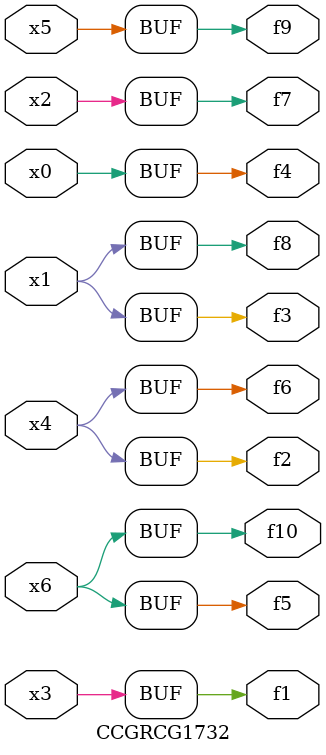
<source format=v>
module CCGRCG1732(
	input x0, x1, x2, x3, x4, x5, x6,
	output f1, f2, f3, f4, f5, f6, f7, f8, f9, f10
);
	assign f1 = x3;
	assign f2 = x4;
	assign f3 = x1;
	assign f4 = x0;
	assign f5 = x6;
	assign f6 = x4;
	assign f7 = x2;
	assign f8 = x1;
	assign f9 = x5;
	assign f10 = x6;
endmodule

</source>
